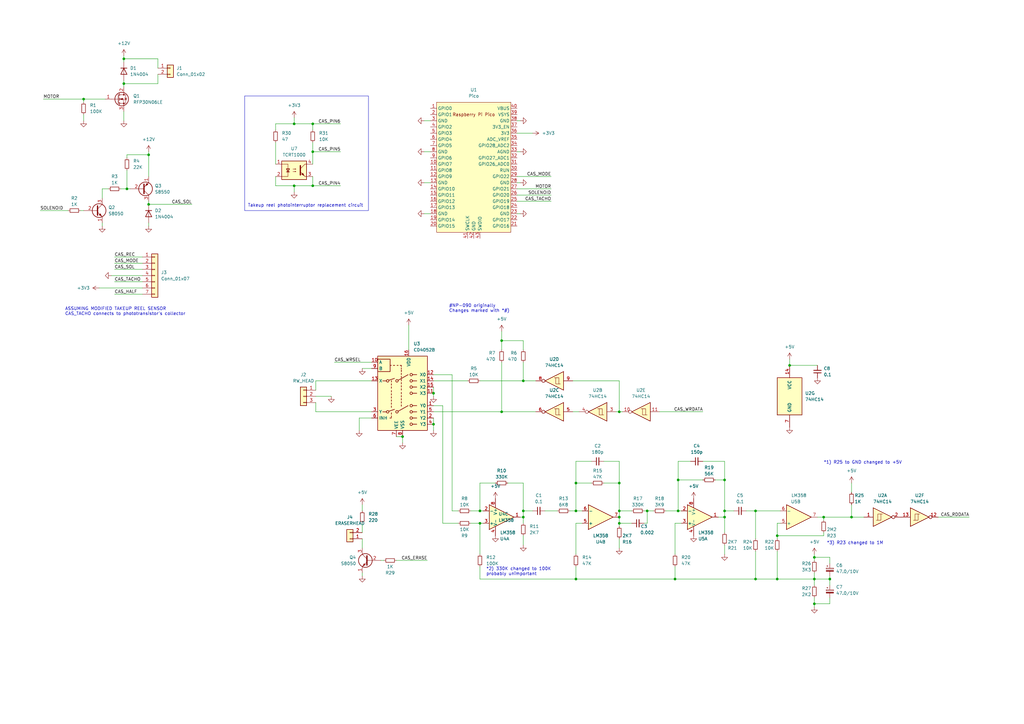
<source format=kicad_sch>
(kicad_sch (version 20230121) (generator eeschema)
  (paper "A3")
  (lib_symbols
    (symbol "74xx:74HC14" (pin_names (offset 1.016))
      (property "Reference" "U" (at 0 1.27 0))
      (property "Value" "74HC14" (at 0 -1.27 0))
      (symbol "74HC14_1_0"
        (pin input line (at -7.62 0 0) (length 3.81) (name "~") (number "1"))
        (pin output inverted (at 7.62 0 180) (length 3.81) (name "~") (number "2"))
      )
      (symbol "74HC14_2_0"
        (pin input line (at -7.62 0 0) (length 3.81) (name "~") (number "3"))
        (pin output inverted (at 7.62 0 180) (length 3.81) (name "~") (number "4"))
      )
      (symbol "74HC14_3_0"
        (pin input line (at -7.62 0 0) (length 3.81) (name "~") (number "5"))
        (pin output inverted (at 7.62 0 180) (length 3.81) (name "~") (number "6"))
      )
      (symbol "74HC14_4_0"
        (pin output inverted (at 7.62 0 180) (length 3.81) (name "~") (number "8"))
        (pin input line (at -7.62 0 0) (length 3.81) (name "~") (number "9"))
      )
      (symbol "74HC14_5_0"
        (pin output inverted (at 7.62 0 180) (length 3.81) (name "~") (number "10"))
        (pin input line (at -7.62 0 0) (length 3.81) (name "~") (number "11"))
      )
      (symbol "74HC14_6_0"
        (pin output inverted (at 7.62 0 180) (length 3.81) (name "~") (number "12"))
        (pin input line (at -7.62 0 0) (length 3.81) (name "~") (number "13"))
      )
      (symbol "74HC14_7_0"
        (pin power_in line (at 0 12.7 270) (length 5.08) (name "VCC") (number "14"))
        (pin power_in line (at 0 -12.7 90) (length 5.08) (name "GND") (number "7"))
      )
    )
    (symbol "Amplifier_Operational:LM358" (pin_names (offset 0.127))
      (property "Reference" "U" (at 0 5.08 0))
      (property "Value" "LM358" (at 0 -5.08 0))
      (symbol "LM358_1_1"
        (pin output line (at 7.62 0 180) (length 2.54) (name "~") (number "1"))
        (pin input line (at -7.62 -2.54 0) (length 2.54) (name "-") (number "2"))
        (pin input line (at -7.62 2.54 0) (length 2.54) (name "+") (number "3"))
      )
      (symbol "LM358_2_1"
        (pin input line (at -7.62 2.54 0) (length 2.54) (name "+") (number "5"))
        (pin input line (at -7.62 -2.54 0) (length 2.54) (name "-") (number "6"))
        (pin output line (at 7.62 0 180) (length 2.54) (name "~") (number "7"))
      )
      (symbol "LM358_3_1"
        (pin power_in line (at -2.54 -7.62 90) (length 3.81) (name "V-") (number "4"))
        (pin power_in line (at -2.54 7.62 270) (length 3.81) (name "V+") (number "8"))
      )
    )
    (symbol "Analog_Switch:CD4052B"
      (property "Reference" "U" (at -10.16 16.51 0))
      (property "Value" "CD4052B" (at 3.81 16.51 0))
      (symbol "CD4052B_1_1"
        (pin bidirectional line (at 12.7 -5.08 180) (length 2.54) (name "Y0") (number "1"))
        (pin input line (at -12.7 12.7 0) (length 2.54) (name "A") (number "10"))
        (pin bidirectional line (at 12.7 0 180) (length 2.54) (name "X3") (number "11"))
        (pin bidirectional line (at 12.7 7.62 180) (length 2.54) (name "X0") (number "12"))
        (pin bidirectional line (at -12.7 5.08 0) (length 2.54) (name "X") (number "13"))
        (pin bidirectional line (at 12.7 5.08 180) (length 2.54) (name "X1") (number "14"))
        (pin bidirectional line (at 12.7 2.54 180) (length 2.54) (name "X2") (number "15"))
        (pin power_in line (at 2.54 17.78 270) (length 2.54) (name "VDD") (number "16"))
        (pin bidirectional line (at 12.7 -10.16 180) (length 2.54) (name "Y2") (number "2"))
        (pin bidirectional line (at -12.7 -7.62 0) (length 2.54) (name "Y") (number "3"))
        (pin bidirectional line (at 12.7 -12.7 180) (length 2.54) (name "Y3") (number "4"))
        (pin bidirectional line (at 12.7 -7.62 180) (length 2.54) (name "Y1") (number "5"))
        (pin input line (at -12.7 -10.16 0) (length 2.54) (name "INH") (number "6"))
        (pin power_in line (at -2.54 -17.78 90) (length 2.54) (name "VEE") (number "7"))
        (pin power_in line (at 0 -17.78 90) (length 2.54) (name "VSS") (number "8"))
        (pin input line (at -12.7 10.16 0) (length 2.54) (name "B") (number "9"))
      )
    )
    (symbol "Connector_Generic:Conn_01x02" (pin_names (offset 1.016) hide)
      (property "Reference" "J" (at 0 2.54 0))
      (property "Value" "Conn_01x02" (at 0 -5.08 0))
      (symbol "Conn_01x02_1_1"
        (pin passive line (at -5.08 0 0) (length 3.81) (name "Pin_1") (number "1"))
        (pin passive line (at -5.08 -2.54 0) (length 3.81) (name "Pin_2") (number "2"))
      )
    )
    (symbol "Connector_Generic:Conn_01x03" (pin_names (offset 1.016) hide)
      (property "Reference" "J" (at 0 5.08 0))
      (property "Value" "Conn_01x03" (at 0 -5.08 0))
      (symbol "Conn_01x03_1_1"
        (pin passive line (at -5.08 2.54 0) (length 3.81) (name "Pin_1") (number "1"))
        (pin passive line (at -5.08 0 0) (length 3.81) (name "Pin_2") (number "2"))
        (pin passive line (at -5.08 -2.54 0) (length 3.81) (name "Pin_3") (number "3"))
      )
    )
    (symbol "Connector_Generic:Conn_01x07" (pin_names (offset 1.016) hide)
      (property "Reference" "J" (at 0 10.16 0))
      (property "Value" "Conn_01x07" (at 0 -10.16 0))
      (symbol "Conn_01x07_1_1"
        (pin passive line (at -5.08 7.62 0) (length 3.81) (name "Pin_1") (number "1"))
        (pin passive line (at -5.08 5.08 0) (length 3.81) (name "Pin_2") (number "2"))
        (pin passive line (at -5.08 2.54 0) (length 3.81) (name "Pin_3") (number "3"))
        (pin passive line (at -5.08 0 0) (length 3.81) (name "Pin_4") (number "4"))
        (pin passive line (at -5.08 -2.54 0) (length 3.81) (name "Pin_5") (number "5"))
        (pin passive line (at -5.08 -5.08 0) (length 3.81) (name "Pin_6") (number "6"))
        (pin passive line (at -5.08 -7.62 0) (length 3.81) (name "Pin_7") (number "7"))
      )
    )
    (symbol "Device:C_Polarized_Small" (pin_numbers hide) (pin_names (offset 0.254) hide)
      (property "Reference" "C" (at 0.254 1.778 0))
      (property "Value" "C_Polarized_Small" (at 0.254 -2.032 0))
      (symbol "C_Polarized_Small_1_1"
        (pin passive line (at 0 2.54 270) (length 1.8542) (name "~") (number "1"))
        (pin passive line (at 0 -2.54 90) (length 1.8542) (name "~") (number "2"))
      )
    )
    (symbol "Device:C_Small" (pin_numbers hide) (pin_names (offset 0.254) hide)
      (property "Reference" "C" (at 0.254 1.778 0))
      (property "Value" "C_Small" (at 0.254 -2.032 0))
      (symbol "C_Small_1_1"
        (pin passive line (at 0 2.54 270) (length 2.032) (name "~") (number "1"))
        (pin passive line (at 0 -2.54 90) (length 2.032) (name "~") (number "2"))
      )
    )
    (symbol "Device:R_Small" (pin_numbers hide) (pin_names (offset 0.254) hide)
      (property "Reference" "R" (at 0.762 0.508 0))
      (property "Value" "R_Small" (at 0.762 -1.016 0))
      (symbol "R_Small_1_1"
        (pin passive line (at 0 2.54 270) (length 0.762) (name "~") (number "1"))
        (pin passive line (at 0 -2.54 90) (length 0.762) (name "~") (number "2"))
      )
    )
    (symbol "Diode:1N4004" (pin_numbers hide) (pin_names hide)
      (property "Reference" "D" (at 0 2.54 0))
      (property "Value" "1N4004" (at 0 -2.54 0))
      (symbol "1N4004_1_1"
        (pin passive line (at -3.81 0 0) (length 2.54) (name "K") (number "1"))
        (pin passive line (at 3.81 0 180) (length 2.54) (name "A") (number "2"))
      )
    )
    (symbol "Isolator:FODM217A"
      (property "Reference" "U" (at -5.08 5.08 0))
      (property "Value" "FODM217A" (at 0 5.08 0))
      (symbol "FODM217A_1_1"
        (pin passive line (at -7.62 2.54 0) (length 2.54) (name "~") (number "1"))
        (pin passive line (at -7.62 -2.54 0) (length 2.54) (name "~") (number "2"))
        (pin passive line (at 7.62 -2.54 180) (length 2.54) (name "~") (number "3"))
        (pin passive line (at 7.62 2.54 180) (length 2.54) (name "~") (number "4"))
      )
    )
    (symbol "MCU_RaspberryPi_and_Boards:Pico"
      (property "Reference" "U" (at -13.97 27.94 0))
      (property "Value" "Pico" (at 0 19.05 0))
      (symbol "Pico_0_0"
        (text "Raspberry Pi Pico" (at 0 21.59 0) (effects (font (size 1.27 1.27))))
      )
      (symbol "Pico_1_1"
        (pin bidirectional line (at -17.78 24.13 0) (length 2.54) (name "GPIO0") (number "1"))
        (pin bidirectional line (at -17.78 1.27 0) (length 2.54) (name "GPIO7") (number "10"))
        (pin bidirectional line (at -17.78 -1.27 0) (length 2.54) (name "GPIO8") (number "11"))
        (pin bidirectional line (at -17.78 -3.81 0) (length 2.54) (name "GPIO9") (number "12"))
        (pin power_in line (at -17.78 -6.35 0) (length 2.54) (name "GND") (number "13"))
        (pin bidirectional line (at -17.78 -8.89 0) (length 2.54) (name "GPIO10") (number "14"))
        (pin bidirectional line (at -17.78 -11.43 0) (length 2.54) (name "GPIO11") (number "15"))
        (pin bidirectional line (at -17.78 -13.97 0) (length 2.54) (name "GPIO12") (number "16"))
        (pin bidirectional line (at -17.78 -16.51 0) (length 2.54) (name "GPIO13") (number "17"))
        (pin power_in line (at -17.78 -19.05 0) (length 2.54) (name "GND") (number "18"))
        (pin bidirectional line (at -17.78 -21.59 0) (length 2.54) (name "GPIO14") (number "19"))
        (pin bidirectional line (at -17.78 21.59 0) (length 2.54) (name "GPIO1") (number "2"))
        (pin bidirectional line (at -17.78 -24.13 0) (length 2.54) (name "GPIO15") (number "20"))
        (pin bidirectional line (at 17.78 -24.13 180) (length 2.54) (name "GPIO16") (number "21"))
        (pin bidirectional line (at 17.78 -21.59 180) (length 2.54) (name "GPIO17") (number "22"))
        (pin power_in line (at 17.78 -19.05 180) (length 2.54) (name "GND") (number "23"))
        (pin bidirectional line (at 17.78 -16.51 180) (length 2.54) (name "GPIO18") (number "24"))
        (pin bidirectional line (at 17.78 -13.97 180) (length 2.54) (name "GPIO19") (number "25"))
        (pin bidirectional line (at 17.78 -11.43 180) (length 2.54) (name "GPIO20") (number "26"))
        (pin bidirectional line (at 17.78 -8.89 180) (length 2.54) (name "GPIO21") (number "27"))
        (pin power_in line (at 17.78 -6.35 180) (length 2.54) (name "GND") (number "28"))
        (pin bidirectional line (at 17.78 -3.81 180) (length 2.54) (name "GPIO22") (number "29"))
        (pin power_in line (at -17.78 19.05 0) (length 2.54) (name "GND") (number "3"))
        (pin input line (at 17.78 -1.27 180) (length 2.54) (name "RUN") (number "30"))
        (pin bidirectional line (at 17.78 1.27 180) (length 2.54) (name "GPIO26_ADC0") (number "31"))
        (pin bidirectional line (at 17.78 3.81 180) (length 2.54) (name "GPIO27_ADC1") (number "32"))
        (pin power_in line (at 17.78 6.35 180) (length 2.54) (name "AGND") (number "33"))
        (pin bidirectional line (at 17.78 8.89 180) (length 2.54) (name "GPIO28_ADC2") (number "34"))
        (pin power_in line (at 17.78 11.43 180) (length 2.54) (name "ADC_VREF") (number "35"))
        (pin power_in line (at 17.78 13.97 180) (length 2.54) (name "3V3") (number "36"))
        (pin input line (at 17.78 16.51 180) (length 2.54) (name "3V3_EN") (number "37"))
        (pin bidirectional line (at 17.78 19.05 180) (length 2.54) (name "GND") (number "38"))
        (pin power_in line (at 17.78 21.59 180) (length 2.54) (name "VSYS") (number "39"))
        (pin bidirectional line (at -17.78 16.51 0) (length 2.54) (name "GPIO2") (number "4"))
        (pin power_in line (at 17.78 24.13 180) (length 2.54) (name "VBUS") (number "40"))
        (pin input line (at -2.54 -29.21 90) (length 2.54) (name "SWCLK") (number "41"))
        (pin power_in line (at 0 -29.21 90) (length 2.54) (name "GND") (number "42"))
        (pin bidirectional line (at 2.54 -29.21 90) (length 2.54) (name "SWDIO") (number "43"))
        (pin bidirectional line (at -17.78 13.97 0) (length 2.54) (name "GPIO3") (number "5"))
        (pin bidirectional line (at -17.78 11.43 0) (length 2.54) (name "GPIO4") (number "6"))
        (pin bidirectional line (at -17.78 8.89 0) (length 2.54) (name "GPIO5") (number "7"))
        (pin power_in line (at -17.78 6.35 0) (length 2.54) (name "GND") (number "8"))
        (pin bidirectional line (at -17.78 3.81 0) (length 2.54) (name "GPIO6") (number "9"))
      )
    )
    (symbol "Transistor_BJT:S8050" (pin_names (offset 0) hide)
      (property "Reference" "Q" (at 5.08 1.905 0))
      (property "Value" "S8050" (at 5.08 0 0))
      (symbol "S8050_1_1"
        (pin passive line (at 2.54 -5.08 90) (length 2.54) (name "E") (number "1"))
        (pin input line (at -5.08 0 0) (length 5.08) (name "B") (number "2"))
        (pin passive line (at 2.54 5.08 270) (length 2.54) (name "C") (number "3"))
      )
    )
    (symbol "Transistor_BJT:S8550" (pin_names (offset 0) hide)
      (property "Reference" "Q" (at 5.08 1.905 0))
      (property "Value" "S8550" (at 5.08 0 0))
      (symbol "S8550_1_1"
        (pin passive line (at 2.54 -5.08 90) (length 2.54) (name "E") (number "1"))
        (pin input line (at -5.08 0 0) (length 5.08) (name "B") (number "2"))
        (pin passive line (at 2.54 5.08 270) (length 2.54) (name "C") (number "3"))
      )
    )
    (symbol "Transistor_FET:IRF740" (pin_names hide)
      (property "Reference" "Q" (at 6.35 1.905 0))
      (property "Value" "IRF740" (at 6.35 0 0))
      (symbol "IRF740_1_1"
        (pin input line (at -5.08 0 0) (length 2.54) (name "G") (number "1"))
        (pin passive line (at 2.54 5.08 270) (length 2.54) (name "D") (number "2"))
        (pin passive line (at 2.54 -5.08 90) (length 2.54) (name "S") (number "3"))
      )
    )
    (symbol "power:+12V" (power) (pin_names (offset 0))
      (property "Value" "+12V" (at 0 3.556 0))
      (symbol "+12V_1_1"
        (pin power_in line (at 0 0 90) (length 0) hide (name "+12V") (number "1"))
      )
    )
    (symbol "power:+3V3" (power) (pin_names (offset 0))
      (property "Value" "+3V3" (at 0 3.556 0))
      (symbol "+3V3_1_1"
        (pin power_in line (at 0 0 90) (length 0) hide (name "+3V3") (number "1"))
      )
    )
    (symbol "power:+5V" (power) (pin_names (offset 0))
      (property "Value" "+5V" (at 0 3.556 0))
      (symbol "+5V_1_1"
        (pin power_in line (at 0 0 90) (length 0) hide (name "+5V") (number "1"))
      )
    )
    (symbol "power:GND" (power) (pin_names (offset 0))
      (property "Value" "GND" (at 0 -3.81 0))
      (symbol "GND_1_1"
        (pin power_in line (at 0 0 270) (length 0) hide (name "GND") (number "1"))
      )
    )
  )
  (junction (at 165.1 179.07))
  (junction (at 297.18 196.85))
  (junction (at 254 209.55))
  (junction (at 196.85 209.55))
  (junction (at 128.27 76.2))
  (junction (at 276.86 237.49))
  (junction (at 334.01 228.6))
  (junction (at 52.07 77.47))
  (junction (at 196.85 214.63))
  (junction (at 340.36 237.49))
  (junction (at 128.27 50.8))
  (junction (at 34.29 40.64))
  (junction (at 254 212.09))
  (junction (at 309.88 209.55))
  (junction (at 349.25 212.09))
  (junction (at 205.74 139.7))
  (junction (at 334.01 237.49))
  (junction (at 60.96 83.82))
  (junction (at 318.77 237.49))
  (junction (at 323.85 149.86))
  (junction (at 60.96 63.5))
  (junction (at 120.65 76.2))
  (junction (at 278.13 196.85))
  (junction (at 318.77 219.71))
  (junction (at 278.13 209.55))
  (junction (at 254 168.91))
  (junction (at 297.18 212.09))
  (junction (at 236.22 237.49))
  (junction (at 128.27 62.23))
  (junction (at 50.8 24.13))
  (junction (at 177.8 173.99))
  (junction (at 236.22 198.12))
  (junction (at 205.74 168.91))
  (junction (at 214.63 156.21))
  (junction (at 297.18 209.55))
  (junction (at 236.22 209.55))
  (junction (at 177.8 161.29))
  (junction (at 309.88 237.49))
  (junction (at 254 198.12))
  (junction (at 120.65 50.8))
  (junction (at 337.82 212.09))
  (junction (at 254 214.63))
  (junction (at 334.01 247.65))
  (junction (at 50.8 34.29))
  (junction (at 214.63 209.55))
  (junction (at 214.63 212.09))
  (junction (at 265.43 209.55))
  (wire (pts (xy 254 212.09) (xy 254 209.55)))
  (wire (pts (xy 297.18 189.23) (xy 288.29 189.23)))
  (wire (pts (xy 236.22 214.63) (xy 236.22 227.33)))
  (wire (pts (xy 297.18 196.85) (xy 297.18 189.23)))
  (wire (pts (xy 297.18 209.55) (xy 297.18 212.09)))
  (wire (pts (xy 254 168.91) (xy 254 156.21)))
  (wire (pts (xy 334.01 237.49) (xy 334.01 240.03)))
  (wire (pts (xy 173.99 49.53) (xy 176.53 49.53)))
  (wire (pts (xy 50.8 45.72) (xy 50.8 49.53)))
  (wire (pts (xy 128.27 62.23) (xy 128.27 67.31)))
  (wire (pts (xy 205.74 135.89) (xy 205.74 139.7)))
  (wire (pts (xy 254 214.63) (xy 259.08 214.63)))
  (wire (pts (xy 236.22 198.12) (xy 242.57 198.12)))
  (wire (pts (xy 44.45 77.47) (xy 41.91 77.47)))
  (wire (pts (xy 128.27 76.2) (xy 139.7 76.2)))
  (wire (pts (xy 349.25 212.09) (xy 354.33 212.09)))
  (wire (pts (xy 196.85 214.63) (xy 196.85 227.33)))
  (wire (pts (xy 17.78 40.64) (xy 34.29 40.64)))
  (wire (pts (xy 254 209.55) (xy 259.08 209.55)))
  (wire (pts (xy 223.52 209.55) (xy 228.6 209.55)))
  (wire (pts (xy 236.22 237.49) (xy 196.85 237.49)))
  (wire (pts (xy 242.57 189.23) (xy 236.22 189.23)))
  (wire (pts (xy 152.4 171.45) (xy 147.32 171.45)))
  (wire (pts (xy 276.86 214.63) (xy 276.86 227.33)))
  (wire (pts (xy 278.13 209.55) (xy 279.4 209.55)))
  (wire (pts (xy 120.65 76.2) (xy 128.27 76.2)))
  (wire (pts (xy 50.8 34.29) (xy 50.8 35.56)))
  (wire (pts (xy 335.28 212.09) (xy 337.82 212.09)))
  (wire (pts (xy 152.4 151.13) (xy 148.59 151.13)))
  (wire (pts (xy 212.09 82.55) (xy 226.06 82.55)))
  (wire (pts (xy 152.4 148.59) (xy 137.16 148.59)))
  (wire (pts (xy 340.36 228.6) (xy 340.36 231.14)))
  (wire (pts (xy 212.09 74.93) (xy 213.36 74.93)))
  (wire (pts (xy 334.01 247.65) (xy 334.01 248.92)))
  (wire (pts (xy 214.63 143.51) (xy 214.63 139.7)))
  (wire (pts (xy 214.63 219.71) (xy 214.63 223.52)))
  (wire (pts (xy 60.96 82.55) (xy 60.96 83.82)))
  (wire (pts (xy 247.65 189.23) (xy 254 189.23)))
  (wire (pts (xy 214.63 209.55) (xy 214.63 212.09)))
  (wire (pts (xy 334.01 234.95) (xy 334.01 237.49)))
  (wire (pts (xy 334.01 245.11) (xy 334.01 247.65)))
  (wire (pts (xy 185.42 153.67) (xy 177.8 153.67)))
  (wire (pts (xy 306.07 209.55) (xy 309.88 209.55)))
  (wire (pts (xy 167.64 133.35) (xy 167.64 143.51)))
  (wire (pts (xy 236.22 232.41) (xy 236.22 237.49)))
  (wire (pts (xy 41.91 77.47) (xy 41.91 81.28)))
  (wire (pts (xy 181.61 166.37) (xy 181.61 214.63)))
  (wire (pts (xy 50.8 24.13) (xy 64.77 24.13)))
  (wire (pts (xy 129.54 156.21) (xy 129.54 160.02)))
  (wire (pts (xy 40.64 118.11) (xy 58.42 118.11)))
  (wire (pts (xy 148.59 234.95) (xy 148.59 236.22)))
  (wire (pts (xy 297.18 212.09) (xy 294.64 212.09)))
  (wire (pts (xy 212.09 80.01) (xy 226.06 80.01)))
  (wire (pts (xy 205.74 148.59) (xy 205.74 168.91)))
  (wire (pts (xy 212.09 77.47) (xy 226.06 77.47)))
  (wire (pts (xy 43.18 40.64) (xy 34.29 40.64)))
  (wire (pts (xy 254 212.09) (xy 254 214.63)))
  (wire (pts (xy 34.29 46.99) (xy 34.29 49.53)))
  (wire (pts (xy 334.01 247.65) (xy 340.36 247.65)))
  (wire (pts (xy 162.56 229.87) (xy 175.26 229.87)))
  (wire (pts (xy 297.18 212.09) (xy 297.18 218.44)))
  (wire (pts (xy 254 220.98) (xy 254 224.79)))
  (wire (pts (xy 46.99 120.65) (xy 58.42 120.65)))
  (wire (pts (xy 297.18 209.55) (xy 300.99 209.55)))
  (wire (pts (xy 283.21 189.23) (xy 278.13 189.23)))
  (wire (pts (xy 52.07 69.85) (xy 52.07 77.47)))
  (wire (pts (xy 185.42 209.55) (xy 185.42 153.67)))
  (wire (pts (xy 128.27 72.39) (xy 128.27 76.2)))
  (wire (pts (xy 340.36 237.49) (xy 340.36 240.03)))
  (wire (pts (xy 60.96 91.44) (xy 60.96 92.71)))
  (wire (pts (xy 165.1 179.07) (xy 165.1 181.61)))
  (wire (pts (xy 337.82 212.09) (xy 337.82 213.36)))
  (wire (pts (xy 318.77 214.63) (xy 318.77 219.71)))
  (wire (pts (xy 64.77 30.48) (xy 64.77 34.29)))
  (wire (pts (xy 334.01 227.33) (xy 334.01 228.6)))
  (wire (pts (xy 337.82 212.09) (xy 349.25 212.09)))
  (wire (pts (xy 45.72 113.03) (xy 58.42 113.03)))
  (wire (pts (xy 264.16 209.55) (xy 265.43 209.55)))
  (wire (pts (xy 265.43 209.55) (xy 267.97 209.55)))
  (wire (pts (xy 129.54 168.91) (xy 129.54 165.1)))
  (wire (pts (xy 276.86 237.49) (xy 309.88 237.49)))
  (wire (pts (xy 50.8 22.86) (xy 50.8 24.13)))
  (wire (pts (xy 205.74 139.7) (xy 205.74 143.51)))
  (wire (pts (xy 297.18 223.52) (xy 297.18 227.33)))
  (wire (pts (xy 128.27 50.8) (xy 120.65 50.8)))
  (wire (pts (xy 128.27 58.42) (xy 128.27 62.23)))
  (wire (pts (xy 148.59 220.98) (xy 148.59 224.79)))
  (wire (pts (xy 214.63 156.21) (xy 196.85 156.21)))
  (wire (pts (xy 279.4 214.63) (xy 276.86 214.63)))
  (wire (pts (xy 152.4 156.21) (xy 129.54 156.21)))
  (wire (pts (xy 152.4 168.91) (xy 129.54 168.91)))
  (wire (pts (xy 212.09 54.61) (xy 218.44 54.61)))
  (wire (pts (xy 214.63 139.7) (xy 205.74 139.7)))
  (wire (pts (xy 50.8 34.29) (xy 64.77 34.29)))
  (wire (pts (xy 41.91 91.44) (xy 41.91 92.71)))
  (wire (pts (xy 309.88 237.49) (xy 318.77 237.49)))
  (wire (pts (xy 384.81 212.09) (xy 397.51 212.09)))
  (wire (pts (xy 46.99 110.49) (xy 58.42 110.49)))
  (wire (pts (xy 191.77 156.21) (xy 177.8 156.21)))
  (wire (pts (xy 349.25 207.01) (xy 349.25 212.09)))
  (wire (pts (xy 193.04 209.55) (xy 196.85 209.55)))
  (wire (pts (xy 128.27 50.8) (xy 139.7 50.8)))
  (wire (pts (xy 318.77 219.71) (xy 318.77 220.98)))
  (wire (pts (xy 254 198.12) (xy 254 189.23)))
  (wire (pts (xy 156.21 229.87) (xy 157.48 229.87)))
  (wire (pts (xy 219.71 168.91) (xy 205.74 168.91)))
  (wire (pts (xy 148.59 207.01) (xy 148.59 209.55)))
  (wire (pts (xy 236.22 237.49) (xy 276.86 237.49)))
  (wire (pts (xy 278.13 189.23) (xy 278.13 196.85)))
  (wire (pts (xy 254 156.21) (xy 234.95 156.21)))
  (wire (pts (xy 255.27 168.91) (xy 254 168.91)))
  (wire (pts (xy 16.51 86.36) (xy 27.94 86.36)))
  (wire (pts (xy 254 209.55) (xy 254 198.12)))
  (wire (pts (xy 177.8 173.99) (xy 177.8 176.53)))
  (wire (pts (xy 196.85 198.12) (xy 203.2 198.12)))
  (wire (pts (xy 177.8 161.29) (xy 177.8 162.56)))
  (wire (pts (xy 177.8 158.75) (xy 177.8 161.29)))
  (wire (pts (xy 273.05 209.55) (xy 278.13 209.55)))
  (wire (pts (xy 264.16 214.63) (xy 265.43 214.63)))
  (wire (pts (xy 128.27 62.23) (xy 139.7 62.23)))
  (wire (pts (xy 120.65 76.2) (xy 120.65 78.74)))
  (wire (pts (xy 254 168.91) (xy 252.73 168.91)))
  (wire (pts (xy 173.99 62.23) (xy 176.53 62.23)))
  (wire (pts (xy 212.09 62.23) (xy 213.36 62.23)))
  (wire (pts (xy 247.65 198.12) (xy 254 198.12)))
  (wire (pts (xy 265.43 214.63) (xy 265.43 209.55)))
  (wire (pts (xy 214.63 148.59) (xy 214.63 156.21)))
  (wire (pts (xy 53.34 77.47) (xy 52.07 77.47)))
  (wire (pts (xy 173.99 87.63) (xy 176.53 87.63)))
  (wire (pts (xy 278.13 196.85) (xy 288.29 196.85)))
  (wire (pts (xy 219.71 156.21) (xy 214.63 156.21)))
  (wire (pts (xy 50.8 33.02) (xy 50.8 34.29)))
  (wire (pts (xy 297.18 196.85) (xy 297.18 209.55)))
  (wire (pts (xy 113.03 58.42) (xy 113.03 67.31)))
  (wire (pts (xy 113.03 76.2) (xy 120.65 76.2)))
  (wire (pts (xy 113.03 50.8) (xy 113.03 53.34)))
  (wire (pts (xy 334.01 228.6) (xy 340.36 228.6)))
  (wire (pts (xy 309.88 209.55) (xy 320.04 209.55)))
  (wire (pts (xy 349.25 198.12) (xy 349.25 201.93)))
  (wire (pts (xy 46.99 105.41) (xy 58.42 105.41)))
  (wire (pts (xy 196.85 232.41) (xy 196.85 237.49)))
  (wire (pts (xy 113.03 72.39) (xy 113.03 76.2)))
  (wire (pts (xy 64.77 24.13) (xy 64.77 27.94)))
  (wire (pts (xy 234.95 168.91) (xy 237.49 168.91)))
  (wire (pts (xy 135.89 162.56) (xy 129.54 162.56)))
  (wire (pts (xy 212.09 72.39) (xy 226.06 72.39)))
  (wire (pts (xy 60.96 83.82) (xy 78.74 83.82)))
  (wire (pts (xy 34.29 40.64) (xy 34.29 41.91)))
  (wire (pts (xy 148.59 214.63) (xy 148.59 218.44)))
  (wire (pts (xy 213.36 212.09) (xy 214.63 212.09)))
  (wire (pts (xy 196.85 209.55) (xy 198.12 209.55)))
  (wire (pts (xy 238.76 214.63) (xy 236.22 214.63)))
  (wire (pts (xy 278.13 196.85) (xy 278.13 209.55)))
  (wire (pts (xy 50.8 24.13) (xy 50.8 25.4)))
  (wire (pts (xy 236.22 189.23) (xy 236.22 198.12)))
  (wire (pts (xy 173.99 74.93) (xy 176.53 74.93)))
  (wire (pts (xy 46.99 115.57) (xy 58.42 115.57)))
  (wire (pts (xy 128.27 53.34) (xy 128.27 50.8)))
  (wire (pts (xy 334.01 237.49) (xy 340.36 237.49)))
  (wire (pts (xy 340.36 237.49) (xy 340.36 236.22)))
  (wire (pts (xy 60.96 72.39) (xy 60.96 63.5)))
  (wire (pts (xy 318.77 219.71) (xy 337.82 219.71)))
  (wire (pts (xy 205.74 168.91) (xy 177.8 168.91)))
  (wire (pts (xy 254 214.63) (xy 254 215.9)))
  (wire (pts (xy 337.82 218.44) (xy 337.82 219.71)))
  (wire (pts (xy 181.61 214.63) (xy 187.96 214.63)))
  (wire (pts (xy 33.02 86.36) (xy 34.29 86.36)))
  (wire (pts (xy 208.28 198.12) (xy 214.63 198.12)))
  (wire (pts (xy 318.77 237.49) (xy 334.01 237.49)))
  (wire (pts (xy 236.22 209.55) (xy 238.76 209.55)))
  (wire (pts (xy 120.65 48.26) (xy 120.65 50.8)))
  (wire (pts (xy 212.09 87.63) (xy 213.36 87.63)))
  (wire (pts (xy 60.96 62.23) (xy 60.96 63.5)))
  (wire (pts (xy 293.37 196.85) (xy 297.18 196.85)))
  (wire (pts (xy 177.8 166.37) (xy 181.61 166.37)))
  (wire (pts (xy 309.88 226.06) (xy 309.88 237.49)))
  (wire (pts (xy 212.09 49.53) (xy 213.36 49.53)))
  (wire (pts (xy 320.04 214.63) (xy 318.77 214.63)))
  (wire (pts (xy 276.86 232.41) (xy 276.86 237.49)))
  (wire (pts (xy 323.85 147.32) (xy 323.85 149.86)))
  (wire (pts (xy 214.63 198.12) (xy 214.63 209.55)))
  (wire (pts (xy 334.01 229.87) (xy 334.01 228.6)))
  (wire (pts (xy 196.85 209.55) (xy 196.85 198.12)))
  (wire (pts (xy 196.85 214.63) (xy 198.12 214.63)))
  (wire (pts (xy 120.65 50.8) (xy 113.03 50.8)))
  (wire (pts (xy 147.32 171.45) (xy 147.32 176.53)))
  (wire (pts (xy 309.88 209.55) (xy 309.88 220.98)))
  (wire (pts (xy 323.85 149.86) (xy 335.28 149.86)))
  (wire (pts (xy 177.8 171.45) (xy 177.8 173.99)))
  (wire (pts (xy 52.07 63.5) (xy 52.07 64.77)))
  (wire (pts (xy 214.63 212.09) (xy 214.63 214.63)))
  (wire (pts (xy 288.29 168.91) (xy 270.51 168.91)))
  (wire (pts (xy 187.96 209.55) (xy 185.42 209.55)))
  (wire (pts (xy 233.68 209.55) (xy 236.22 209.55)))
  (wire (pts (xy 193.04 214.63) (xy 196.85 214.63)))
  (wire (pts (xy 49.53 77.47) (xy 52.07 77.47)))
  (wire (pts (xy 214.63 209.55) (xy 218.44 209.55)))
  (wire (pts (xy 46.99 107.95) (xy 58.42 107.95)))
  (wire (pts (xy 236.22 198.12) (xy 236.22 209.55)))
  (wire (pts (xy 318.77 226.06) (xy 318.77 237.49)))
  (wire (pts (xy 60.96 63.5) (xy 52.07 63.5)))
  (wire (pts (xy 165.1 179.07) (xy 162.56 179.07)))
  (wire (pts (xy 340.36 245.11) (xy 340.36 247.65)))
  (rectangle (start 100.33 39.37) (end 151.13 86.36))
  (text "ASSUMING MODIFIED TAKEUP REEL SENSOR\nCAS_TACHO connects to phototransistor's collector\n" (at 26.67 129.54 0) (effects (font (size 1.27 1.27)) (justify left bottom)))
  (text "*1) R25 to GND changed to +5V" (at 337.82 190.5 0) (effects (font (size 1.27 1.27)) (justify left bottom)))
  (text "#NP-090 originally\nChanges marked with *#)" (at 184.15 128.27 0) (effects (font (size 1.27 1.27)) (justify left bottom)))
  (text "*2) 330K changed to 100K\nprobably unimportant" (at 199.39 236.22 0) (effects (font (size 1.27 1.27)) (justify left bottom)))
  (text "Takeup reel photointerruptor replacement circuit" (at 101.6 85.09 0) (effects (font (size 1.27 1.27)) (justify left bottom)))
  (text "*3) R23 changed to 1M" (at 339.09 223.52 0) (effects (font (size 1.27 1.27)) (justify left bottom)))
  (label "CAS_HALF" (at 46.99 120.65 0))
  (label "SOLENOID" (at 16.51 86.36 0))
  (label "CAS_ERASE" (at 175.26 229.87 180))
  (label "CAS_PIN5" (at 139.7 62.23 180))
  (label "CAS_TACHO" (at 226.06 82.55 180))
  (label "CAS_RDDATA" (at 397.51 212.09 180))
  (label "CAS_TACHO" (at 46.99 115.57 0))
  (label "CAS_SOL" (at 46.99 110.49 0))
  (label "CAS_REC" (at 46.99 105.41 0))
  (label "CAS_MODE" (at 46.99 107.95 0))
  (label "CAS_MODE" (at 226.06 72.39 180))
  (label "SOLENOID" (at 226.06 80.01 180))
  (label "CAS_WRDATA" (at 288.29 168.91 180))
  (label "CAS_PIN4" (at 139.7 76.2 180))
  (label "CAS_PIN6" (at 139.7 50.8 180))
  (label "MOTOR" (at 17.78 40.64 0))
  (label "MOTOR" (at 226.06 77.47 180))
  (label "CAS_SOL" (at 78.74 83.82 180))
  (label "CAS_WRSEL" (at 137.16 148.59 0))
  (symbol (lib_id "power:GND") (at 254 224.79 0) (mirror y) (unit 1)
    (property "Reference" "#PWR023" (effects hide))
    (property "Value" "GND" (effects hide))
  )
  (symbol (lib_id "Device:R_Small") (at 205.74 146.05 0) (mirror x) (unit 1)
    (property "Reference" "R7" (at 203.2 144.78 0) (effects (justify right)))
    (property "Value" "470" (at 203.2 147.32 0) (effects (justify right)))
    (property "Footprint" "Resistor_THT:R_Axial_DIN0207_L6.3mm_D2.5mm_P7.62mm_Horizontal" (effects hide))
  )
  (symbol (lib_id "power:+3V3") (at 40.64 118.11 90) (unit 1)
    (property "Reference" "#PWR08" (effects hide))
    (property "Value" "+3V3" (at 36.83 118.11 90) (effects (justify left)))
  )
  (symbol (lib_id "Isolator:FODM217A") (at 120.65 69.85 0) (unit 1)
    (property "Reference" "U7" (at 120.65 60.96 0))
    (property "Value" "TCRT1000" (at 120.65 63.5 0))
    (property "Footprint" "Package_SO:SOP-4_4.4x2.6mm_P1.27mm" (effects hide))
    (property "Datasheet" "https://www.onsemi.com/pub/Collateral/FODM214-D.PDF" (effects hide))
  )
  (symbol (lib_id "power:+3V3") (at 218.44 54.61 270) (unit 1)
    (property "Reference" "#PWR040" (effects hide))
    (property "Value" "+3V3" (at 222.25 54.61 90) (effects (justify left)))
  )
  (symbol (lib_id "Device:R_Small") (at 148.59 212.09 0) (mirror y) (unit 1)
    (property "Reference" "R28" (at 151.13 210.82 0) (effects (justify right)))
    (property "Value" "220" (at 151.13 213.36 0) (effects (justify right)))
    (property "Footprint" "Resistor_THT:R_Axial_DIN0207_L6.3mm_D2.5mm_P7.62mm_Horizontal" (effects hide))
  )
  (symbol (lib_id "power:+5V") (at 349.25 198.12 0) (mirror y) (unit 1)
    (property "Reference" "#PWR043" (effects hide))
    (property "Value" "+5V" (at 349.25 193.04 0))
  )
  (symbol (lib_id "Transistor_BJT:S8050") (at 39.37 86.36 0) (unit 1)
    (property "Reference" "Q2" (at 44.45 85.09 0) (effects (justify left)))
    (property "Value" "S8050" (at 44.45 87.63 0) (effects (justify left)))
    (property "Footprint" "Package_TO_SOT_THT:TO-92_Inline" (effects hide))
    (property "Datasheet" "http://www.unisonic.com.tw/datasheet/S8050.pdf" (effects hide))
  )
  (symbol (lib_id "Device:R_Small") (at 46.99 77.47 90) (unit 1)
    (property "Reference" "R3" (at 46.99 72.39 90))
    (property "Value" "1K" (at 46.99 74.93 90))
    (property "Footprint" "Resistor_THT:R_Axial_DIN0207_L6.3mm_D2.5mm_P7.62mm_Horizontal" (effects hide))
  )
  (symbol (lib_id "Amplifier_Operational:LM358") (at 287.02 212.09 0) (mirror x) (unit 1)
    (property "Reference" "U5" (at 288.29 220.98 0))
    (property "Value" "LM358" (at 289.56 218.44 0))
    (property "Footprint" "Package_DIP:DIP-8_W7.62mm" (effects hide))
    (property "Datasheet" "http://www.ti.com/lit/ds/symlink/lm2904-n.pdf" (effects hide))
  )
  (symbol (lib_id "Device:C_Small") (at 220.98 209.55 90) (unit 1)
    (property "Reference" "C1" (at 220.9863 203.2 90))
    (property "Value" "0.1" (at 220.9863 205.74 90))
    (property "Footprint" "Capacitor_THT:C_Disc_D3.0mm_W1.6mm_P2.50mm" (effects hide))
  )
  (symbol (lib_id "power:+12V") (at 60.96 62.23 0) (unit 1)
    (property "Reference" "#PWR06" (effects hide))
    (property "Value" "+12V" (at 60.96 57.15 0))
  )
  (symbol (lib_id "Device:R_Small") (at 52.07 67.31 180) (unit 1)
    (property "Reference" "R4" (at 54.61 66.04 0) (effects (justify right)))
    (property "Value" "22K" (at 54.61 68.58 0) (effects (justify right)))
    (property "Footprint" "Resistor_THT:R_Axial_DIN0207_L6.3mm_D2.5mm_P7.62mm_Horizontal" (effects hide))
  )
  (symbol (lib_id "power:GND") (at 148.59 236.22 0) (mirror y) (unit 1)
    (property "Reference" "#PWR034" (effects hide))
    (property "Value" "GND" (effects hide))
  )
  (symbol (lib_id "power:+5V") (at 167.64 133.35 0) (mirror y) (unit 1)
    (property "Reference" "#PWR019" (effects hide))
    (property "Value" "+5V" (at 167.64 128.27 0))
  )
  (symbol (lib_id "Device:C_Small") (at 245.11 189.23 90) (unit 1)
    (property "Reference" "C2" (at 245.1163 182.88 90))
    (property "Value" "180p" (at 245.1163 185.42 90))
    (property "Footprint" "Capacitor_THT:C_Disc_D3.0mm_W1.6mm_P2.50mm" (effects hide))
  )
  (symbol (lib_id "Device:R_Small") (at 160.02 229.87 90) (mirror x) (unit 1)
    (property "Reference" "R29" (at 160.02 234.95 90))
    (property "Value" "1K" (at 160.02 232.41 90))
    (property "Footprint" "Resistor_THT:R_Axial_DIN0207_L6.3mm_D2.5mm_P7.62mm_Horizontal" (effects hide))
  )
  (symbol (lib_id "Device:R_Small") (at 194.31 156.21 270) (mirror x) (unit 1)
    (property "Reference" "R5" (at 194.31 151.13 90))
    (property "Value" "10K" (at 194.31 153.67 90))
    (property "Footprint" "Resistor_THT:R_Axial_DIN0207_L6.3mm_D2.5mm_P7.62mm_Horizontal" (effects hide))
  )
  (symbol (lib_id "74xx:74HC14") (at 227.33 168.91 0) (mirror y) (unit 3)
    (property "Reference" "U2" (at 227.33 160.02 0))
    (property "Value" "74HC14" (at 227.33 162.56 0))
    (property "Footprint" "Package_DIP:DIP-14_W7.62mm" (effects hide))
    (property "Datasheet" "http://www.ti.com/lit/gpn/sn74HC14" (effects hide))
  )
  (symbol (lib_id "74xx:74HC14") (at 323.85 162.56 0) (unit 7)
    (property "Reference" "U2" (at 330.2 161.29 0) (effects (justify left)))
    (property "Value" "74HC14" (at 330.2 163.83 0) (effects (justify left)))
    (property "Footprint" "Package_DIP:DIP-14_W7.62mm" (effects hide))
    (property "Datasheet" "http://www.ti.com/lit/gpn/sn74HC14" (effects hide))
  )
  (symbol (lib_id "Device:R_Small") (at 334.01 242.57 0) (mirror x) (unit 1)
    (property "Reference" "R27" (at 332.74 241.3 0) (effects (justify right)))
    (property "Value" "2K2" (at 332.74 243.84 0) (effects (justify right)))
    (property "Footprint" "Resistor_THT:R_Axial_DIN0207_L6.3mm_D2.5mm_P7.62mm_Horizontal" (effects hide))
  )
  (symbol (lib_id "power:GND") (at 214.63 223.52 0) (mirror y) (unit 1)
    (property "Reference" "#PWR022" (effects hide))
    (property "Value" "GND" (effects hide))
  )
  (symbol (lib_id "Device:R_Small") (at 334.01 232.41 0) (mirror x) (unit 1)
    (property "Reference" "R26" (at 332.74 231.14 0) (effects (justify right)))
    (property "Value" "3K3" (at 332.74 233.68 0) (effects (justify right)))
    (property "Footprint" "Resistor_THT:R_Axial_DIN0207_L6.3mm_D2.5mm_P7.62mm_Horizontal" (effects hide))
  )
  (symbol (lib_id "Device:C_Small") (at 303.53 209.55 90) (unit 1)
    (property "Reference" "C5" (at 303.5363 203.2 90))
    (property "Value" "0.1" (at 303.5363 205.74 90))
    (property "Footprint" "Capacitor_THT:C_Disc_D3.0mm_W1.6mm_P2.50mm" (effects hide))
  )
  (symbol (lib_id "Device:R_Small") (at 270.51 209.55 270) (mirror x) (unit 1)
    (property "Reference" "R18" (at 270.51 204.47 90))
    (property "Value" "3K9" (at 270.51 207.01 90))
    (property "Footprint" "Resistor_THT:R_Axial_DIN0207_L6.3mm_D2.5mm_P7.62mm_Horizontal" (effects hide))
  )
  (symbol (lib_id "power:+12V") (at 50.8 22.86 0) (unit 1)
    (property "Reference" "#PWR03" (effects hide))
    (property "Value" "+12V" (at 50.8 17.78 0))
  )
  (symbol (lib_id "Device:R_Small") (at 290.83 196.85 90) (mirror x) (unit 1)
    (property "Reference" "R19" (at 290.83 191.77 90))
    (property "Value" "56K" (at 290.83 194.31 90))
    (property "Footprint" "Resistor_THT:R_Axial_DIN0207_L6.3mm_D2.5mm_P7.62mm_Horizontal" (effects hide))
  )
  (symbol (lib_id "power:GND") (at 50.8 49.53 0) (unit 1)
    (property "Reference" "#PWR02" (effects hide))
    (property "Value" "GND" (effects hide))
  )
  (symbol (lib_id "power:+5V") (at 205.74 135.89 0) (mirror y) (unit 1)
    (property "Reference" "#PWR017" (effects hide))
    (property "Value" "+5V" (at 205.74 130.81 0))
  )
  (symbol (lib_id "power:+5V") (at 148.59 207.01 0) (mirror y) (unit 1)
    (property "Reference" "#PWR033" (effects hide))
    (property "Value" "+5V" (at 148.59 201.93 0))
  )
  (symbol (lib_id "74xx:74HC14") (at 245.11 168.91 0) (mirror y) (unit 2)
    (property "Reference" "U2" (at 245.11 160.02 0))
    (property "Value" "74HC14" (at 245.11 162.56 0))
    (property "Footprint" "Package_DIP:DIP-14_W7.62mm" (effects hide))
    (property "Datasheet" "http://www.ti.com/lit/gpn/sn74HC14" (effects hide))
  )
  (symbol (lib_id "power:GND") (at 60.96 92.71 0) (unit 1)
    (property "Reference" "#PWR05" (effects hide))
    (property "Value" "GND" (effects hide))
  )
  (symbol (lib_id "Device:C_Polarized_Small") (at 340.36 242.57 0) (unit 1)
    (property "Reference" "C7" (at 342.9 240.7539 0) (effects (justify left)))
    (property "Value" "47.0/10V" (at 342.9 243.2939 0) (effects (justify left)))
    (property "Footprint" "Capacitor_THT:CP_Radial_D5.0mm_P2.50mm" (effects hide))
  )
  (symbol (lib_id "power:GND") (at 173.99 49.53 270) (unit 1)
    (property "Reference" "#PWR014" (effects hide))
    (property "Value" "GND" (effects hide))
  )
  (symbol (lib_id "power:GND") (at 213.36 62.23 90) (unit 1)
    (property "Reference" "#PWR016" (effects hide))
    (property "Value" "GND" (effects hide))
  )
  (symbol (lib_id "MCU_RaspberryPi_and_Boards:Pico") (at 194.31 68.58 0) (unit 1)
    (property "Reference" "U1" (at 194.31 36.83 0))
    (property "Value" "Pico" (at 194.31 39.37 0))
    (property "Footprint" "MCU_RaspberryPi_and_Boards:RPi_Pico_SMD_TH" (effects hide))
  )
  (symbol (lib_id "Device:R_Small") (at 190.5 209.55 270) (mirror x) (unit 1)
    (property "Reference" "R8" (at 190.5 204.47 90))
    (property "Value" "10K" (at 190.5 207.01 90))
    (property "Footprint" "Resistor_THT:R_Axial_DIN0207_L6.3mm_D2.5mm_P7.62mm_Horizontal" (effects hide))
  )
  (symbol (lib_id "power:GND") (at 173.99 87.63 270) (unit 1)
    (property "Reference" "#PWR011" (effects hide))
    (property "Value" "GND" (effects hide))
  )
  (symbol (lib_id "Transistor_BJT:S8550") (at 58.42 77.47 0) (mirror x) (unit 1)
    (property "Reference" "Q3" (at 63.5 76.2 0) (effects (justify left)))
    (property "Value" "S8550" (at 63.5 78.74 0) (effects (justify left)))
    (property "Footprint" "Package_TO_SOT_THT:TO-92_Inline" (effects hide))
    (property "Datasheet" "http://www.unisonic.com.tw/datasheet/S8550.pdf" (effects hide))
  )
  (symbol (lib_id "Device:R_Small") (at 30.48 86.36 90) (unit 1)
    (property "Reference" "R2" (at 30.48 81.28 90))
    (property "Value" "1K" (at 30.48 83.82 90))
    (property "Footprint" "Resistor_THT:R_Axial_DIN0207_L6.3mm_D2.5mm_P7.62mm_Horizontal" (effects hide))
  )
  (symbol (lib_id "Transistor_FET:IRF740") (at 48.26 40.64 0) (unit 1)
    (property "Reference" "Q1" (at 54.61 39.37 0) (effects (justify left)))
    (property "Value" "RFP30N06LE" (at 54.61 41.91 0) (effects (justify left)))
    (property "Footprint" "Package_TO_SOT_THT:TO-220-3_Vertical" (effects hide))
    (property "Datasheet" "http://www.vishay.com/docs/91054/91054.pdf" (effects hide))
  )
  (symbol (lib_id "Device:R_Small") (at 309.88 223.52 0) (mirror x) (unit 1)
    (property "Reference" "R24" (at 308.61 222.25 0) (effects (justify right)))
    (property "Value" "10K" (at 308.61 224.79 0) (effects (justify right)))
    (property "Footprint" "Resistor_THT:R_Axial_DIN0207_L6.3mm_D2.5mm_P7.62mm_Horizontal" (effects hide))
  )
  (symbol (lib_id "Connector_Generic:Conn_01x02") (at 69.85 27.94 0) (unit 1)
    (property "Reference" "J1" (at 72.39 27.94 0) (effects (justify left)))
    (property "Value" "Conn_01x02" (at 72.39 30.48 0) (effects (justify left)))
    (property "Footprint" "Connector_PinHeader_2.54mm:PinHeader_1x02_P2.54mm_Vertical" (effects hide))
  )
  (symbol (lib_id "power:GND") (at 34.29 49.53 0) (unit 1)
    (property "Reference" "#PWR01" (effects hide))
    (property "Value" "GND" (effects hide))
  )
  (symbol (lib_id "Device:R_Small") (at 337.82 215.9 0) (mirror y) (unit 1)
    (property "Reference" "R23" (at 339.09 219.71 0) (effects (justify right)))
    (property "Value" "2M2" (at 339.09 217.17 0) (effects (justify right)))
    (property "Footprint" "Resistor_THT:R_Axial_DIN0207_L6.3mm_D2.5mm_P7.62mm_Horizontal" (effects hide))
  )
  (symbol (lib_id "power:GND") (at 120.65 78.74 0) (unit 1)
    (property "Reference" "#PWR038" (effects hide))
    (property "Value" "GND" (effects hide))
  )
  (symbol (lib_id "Transistor_BJT:S8050") (at 151.13 229.87 0) (mirror y) (unit 1)
    (property "Reference" "Q4" (at 146.05 228.6 0) (effects (justify left)))
    (property "Value" "S8050" (at 146.05 231.14 0) (effects (justify left)))
    (property "Footprint" "Package_TO_SOT_THT:TO-92_Inline" (effects hide))
    (property "Datasheet" "http://www.unisonic.com.tw/datasheet/S8050.pdf" (effects hide))
  )
  (symbol (lib_id "power:GND") (at 335.28 154.94 0) (mirror y) (unit 1)
    (property "Reference" "#PWR037" (effects hide))
    (property "Value" "GND" (effects hide))
  )
  (symbol (lib_id "Connector_Generic:Conn_01x03") (at 124.46 162.56 0) (mirror y) (unit 1)
    (property "Reference" "J2" (at 124.46 153.67 0))
    (property "Value" "RW_HEAD" (at 124.46 156.21 0))
    (property "Footprint" "Connector_PinSocket_2.54mm:PinSocket_1x03_P2.54mm_Vertical" (effects hide))
  )
  (symbol (lib_id "Device:R_Small") (at 113.03 55.88 180) (unit 1)
    (property "Reference" "R30" (at 115.57 54.61 0) (effects (justify right)))
    (property "Value" "47" (at 115.57 57.15 0) (effects (justify right)))
    (property "Footprint" "Resistor_THT:R_Axial_DIN0207_L6.3mm_D2.5mm_P7.62mm_Horizontal" (effects hide))
  )
  (symbol (lib_id "74xx:74HC14") (at 377.19 212.09 0) (unit 6)
    (property "Reference" "U2" (at 377.19 203.2 0))
    (property "Value" "74HC14" (at 377.19 205.74 0))
    (property "Footprint" "Package_DIP:DIP-14_W7.62mm" (effects hide))
    (property "Datasheet" "http://www.ti.com/lit/gpn/sn74HC14" (effects hide))
  )
  (symbol (lib_id "Device:R_Small") (at 128.27 55.88 180) (unit 1)
    (property "Reference" "R31" (at 130.81 54.61 0) (effects (justify right)))
    (property "Value" "10K" (at 130.81 57.15 0) (effects (justify right)))
    (property "Footprint" "Resistor_THT:R_Axial_DIN0207_L6.3mm_D2.5mm_P7.62mm_Horizontal" (effects hide))
  )
  (symbol (lib_id "Amplifier_Operational:LM358") (at 281.94 212.09 0) (mirror y) (unit 3)
    (property "Reference" "U5" (effects hide))
    (property "Value" "LM358" (effects hide))
    (property "Footprint" "Package_DIP:DIP-8_W7.62mm" (effects hide))
    (property "Datasheet" "http://www.ti.com/lit/ds/symlink/lm2904-n.pdf" (effects hide))
  )
  (symbol (lib_id "Device:R_Small") (at 190.5 214.63 90) (mirror x) (unit 1)
    (property "Reference" "R9" (at 190.5 219.71 90))
    (property "Value" "10K" (at 190.5 217.17 90))
    (property "Footprint" "Resistor_THT:R_Axial_DIN0207_L6.3mm_D2.5mm_P7.62mm_Horizontal" (effects hide))
  )
  (symbol (lib_id "Device:R_Small") (at 318.77 223.52 0) (mirror x) (unit 1)
    (property "Reference" "R22" (at 317.5 222.25 0) (effects (justify right)))
    (property "Value" "10K" (at 317.5 224.79 0) (effects (justify right)))
    (property "Footprint" "Resistor_THT:R_Axial_DIN0207_L6.3mm_D2.5mm_P7.62mm_Horizontal" (effects hide))
  )
  (symbol (lib_id "Amplifier_Operational:LM358") (at 205.74 212.09 0) (unit 3)
    (property "Reference" "U4" (at 204.47 210.82 0) (effects (justify left)))
    (property "Value" "LM358" (at 204.47 213.36 0) (effects (justify left)))
    (property "Footprint" "Package_DIP:DIP-8_W7.62mm" (effects hide))
    (property "Datasheet" "http://www.ti.com/lit/ds/symlink/lm2904-n.pdf" (effects hide))
  )
  (symbol (lib_id "Connector_Generic:Conn_01x02") (at 143.51 220.98 180) (unit 1)
    (property "Reference" "J4" (at 143.51 212.09 0))
    (property "Value" "ERASERHEAD" (at 143.51 214.63 0))
    (property "Footprint" "Connector_PinHeader_2.54mm:PinHeader_1x02_P2.54mm_Vertical" (effects hide))
  )
  (symbol (lib_id "Connector_Generic:Conn_01x07") (at 63.5 113.03 0) (unit 1)
    (property "Reference" "J3" (at 66.04 111.76 0) (effects (justify left)))
    (property "Value" "Conn_01x07" (at 66.04 114.3 0) (effects (justify left)))
    (property "Footprint" "Connector_PinSocket_2.54mm:PinSocket_1x07_P2.54mm_Vertical" (effects hide))
  )
  (symbol (lib_id "Device:R_Small") (at 214.63 217.17 0) (mirror y) (unit 1)
    (property "Reference" "R11" (at 217.17 215.9 0) (effects (justify right)))
    (property "Value" "2K7" (at 217.17 218.44 0) (effects (justify right)))
    (property "Footprint" "Resistor_THT:R_Axial_DIN0207_L6.3mm_D2.5mm_P7.62mm_Horizontal" (effects hide))
  )
  (symbol (lib_id "power:GND") (at 45.72 113.03 270) (unit 1)
    (property "Reference" "#PWR07" (effects hide))
    (property "Value" "GND" (effects hide))
  )
  (symbol (lib_id "Device:C_Small") (at 335.28 152.4 180) (unit 1)
    (property "Reference" "C8" (at 337.82 151.1236 0) (effects (justify right)))
    (property "Value" "0.1" (at 337.82 153.6636 0) (effects (justify right)))
    (property "Footprint" "Capacitor_THT:C_Disc_D3.0mm_W1.6mm_P2.50mm" (effects hide))
  )
  (symbol (lib_id "Device:R_Small") (at 254 218.44 0) (mirror y) (unit 1)
    (property "Reference" "R16" (at 255.27 222.25 0) (effects (justify right)))
    (property "Value" "2K7" (at 255.27 219.71 0) (effects (justify right)))
    (property "Footprint" "Resistor_THT:R_Axial_DIN0207_L6.3mm_D2.5mm_P7.62mm_Horizontal" (effects hide))
  )
  (symbol (lib_id "Device:C_Polarized_Small") (at 340.36 233.68 0) (unit 1)
    (property "Reference" "C6" (at 342.9 231.8639 0) (effects (justify left)))
    (property "Value" "47.0/10V" (at 342.9 234.4039 0) (effects (justify left)))
    (property "Footprint" "Capacitor_THT:CP_Radial_D5.0mm_P2.50mm" (effects hide))
  )
  (symbol (lib_id "power:+5V") (at 284.48 204.47 0) (mirror y) (unit 1)
    (property "Reference" "#PWR025" (effects hide))
    (property "Value" "+5V" (at 284.48 199.39 0))
  )
  (symbol (lib_id "Diode:1N4004") (at 60.96 87.63 270) (unit 1)
    (property "Reference" "D2" (at 63.5 86.36 90) (effects (justify left)))
    (property "Value" "1N4004" (at 63.5 88.9 90) (effects (justify left)))
    (property "Footprint" "Diode_THT:D_DO-41_SOD81_P10.16mm_Horizontal" (effects hide))
    (property "Datasheet" "http://www.vishay.com/docs/88503/1n4001.pdf" (effects hide))
    (property "Sim.Device" "D" (effects hide))
    (property "Sim.Pins" "1=K 2=A" (effects hide))
  )
  (symbol (lib_id "Device:R_Small") (at 34.29 44.45 0) (unit 1)
    (property "Reference" "R1" (at 36.83 43.18 0) (effects (justify left)))
    (property "Value" "100K" (at 36.83 45.72 0) (effects (justify left)))
    (property "Footprint" "Resistor_THT:R_Axial_DIN0207_L6.3mm_D2.5mm_P7.62mm_Horizontal" (effects hide))
  )
  (symbol (lib_id "Analog_Switch:CD4052B") (at 165.1 161.29 0) (unit 1)
    (property "Reference" "U3" (at 169.5959 140.97 0) (effects (justify left)))
    (property "Value" "CD4052B" (at 169.5959 143.51 0) (effects (justify left)))
    (property "Footprint" "Package_DIP:DIP-16_W7.62mm" (effects hide))
    (property "Datasheet" "http://www.ti.com/lit/ds/symlink/cd4052b.pdf" (effects hide))
  )
  (symbol (lib_id "power:+5V") (at 334.01 227.33 0) (mirror y) (unit 1)
    (property "Reference" "#PWR031" (effects hide))
    (property "Value" "+5V" (at 334.01 222.25 0))
  )
  (symbol (lib_id "Device:C_Small") (at 261.62 214.63 90) (unit 1)
    (property "Reference" "C3" (at 264.16 215.9 90))
    (property "Value" "0.002" (at 265.43 218.44 90))
    (property "Footprint" "Capacitor_THT:C_Disc_D3.0mm_W1.6mm_P2.50mm" (effects hide))
  )
  (symbol (lib_id "Device:C_Small") (at 285.75 189.23 90) (unit 1)
    (property "Reference" "C4" (at 285.7563 182.88 90))
    (property "Value" "150p" (at 285.7563 185.42 90))
    (property "Footprint" "Capacitor_THT:C_Disc_D3.0mm_W1.6mm_P2.50mm" (effects hide))
  )
  (symbol (lib_id "Device:R_Small") (at 196.85 229.87 0) (mirror y) (unit 1)
    (property "Reference" "R12" (at 199.39 228.6 0) (effects (justify right)))
    (property "Value" "100K" (at 199.39 231.14 0) (effects (justify right)))
    (property "Footprint" "Resistor_THT:R_Axial_DIN0207_L6.3mm_D2.5mm_P7.62mm_Horizontal" (effects hide))
  )
  (symbol (lib_id "Device:R_Small") (at 231.14 209.55 270) (mirror x) (unit 1)
    (property "Reference" "R13" (at 231.14 204.47 90))
    (property "Value" "6K8" (at 231.14 207.01 90))
    (property "Footprint" "Resistor_THT:R_Axial_DIN0207_L6.3mm_D2.5mm_P7.62mm_Horizontal" (effects hide))
  )
  (symbol (lib_id "Device:R_Small") (at 349.25 204.47 0) (mirror y) (unit 1)
    (property "Reference" "R25" (at 350.52 203.2 0) (effects (justify right)))
    (property "Value" "1K" (at 350.52 205.74 0) (effects (justify right)))
    (property "Footprint" "Resistor_THT:R_Axial_DIN0207_L6.3mm_D2.5mm_P7.62mm_Horizontal" (effects hide))
  )
  (symbol (lib_id "power:+5V") (at 323.85 147.32 0) (mirror y) (unit 1)
    (property "Reference" "#PWR036" (effects hide))
    (property "Value" "+5V" (at 323.85 142.24 0))
  )
  (symbol (lib_id "Device:R_Small") (at 245.11 198.12 90) (mirror x) (unit 1)
    (property "Reference" "R15" (at 245.11 193.04 90))
    (property "Value" "47K" (at 245.11 195.58 90))
    (property "Footprint" "Resistor_THT:R_Axial_DIN0207_L6.3mm_D2.5mm_P7.62mm_Horizontal" (effects hide))
  )
  (symbol (lib_id "power:+5V") (at 203.2 204.47 0) (mirror y) (unit 1)
    (property "Reference" "#PWR026" (effects hide))
    (property "Value" "+5V" (at 203.2 199.39 0))
  )
  (symbol (lib_id "power:GND") (at 297.18 227.33 0) (mirror y) (unit 1)
    (property "Reference" "#PWR024" (effects hide))
    (property "Value" "GND" (effects hide))
  )
  (symbol (lib_id "Amplifier_Operational:LM358") (at 205.74 212.09 0) (mirror x) (unit 1)
    (property "Reference" "U4" (at 207.01 220.98 0))
    (property "Value" "LM358" (at 208.28 218.44 0))
    (property "Footprint" "Package_DIP:DIP-8_W7.62mm" (effects hide))
    (property "Datasheet" "http://www.ti.com/lit/ds/symlink/lm2904-n.pdf" (effects hide))
  )
  (symbol (lib_id "power:GND") (at 148.59 151.13 0) (mirror y) (unit 1)
    (property "Reference" "#PWR021" (effects hide))
    (property "Value" "GND" (effects hide))
  )
  (symbol (lib_id "power:GND") (at 173.99 62.23 270) (unit 1)
    (property "Reference" "#PWR015" (effects hide))
    (property "Value" "GND" (effects hide))
  )
  (symbol (lib_id "power:+3V3") (at 120.65 48.26 0) (unit 1)
    (property "Reference" "#PWR039" (effects hide))
    (property "Value" "+3V3" (at 120.65 43.18 0))
  )
  (symbol (lib_id "Device:R_Small") (at 261.62 209.55 270) (mirror x) (unit 1)
    (property "Reference" "R17" (at 261.62 204.47 90))
    (property "Value" "330K" (at 261.62 207.01 90))
    (property "Footprint" "Resistor_THT:R_Axial_DIN0207_L6.3mm_D2.5mm_P7.62mm_Horizontal" (effects hide))
  )
  (symbol (lib_id "power:GND") (at 213.36 87.63 90) (unit 1)
    (property "Reference" "#PWR012" (effects hide))
    (property "Value" "GND" (effects hide))
  )
  (symbol (lib_id "Device:R_Small") (at 236.22 229.87 0) (mirror y) (unit 1)
    (property "Reference" "R14" (at 238.76 228.6 0) (effects (justify right)))
    (property "Value" "47K" (at 238.76 231.14 0) (effects (justify right)))
    (property "Footprint" "Resistor_THT:R_Axial_DIN0207_L6.3mm_D2.5mm_P7.62mm_Horizontal" (effects hide))
  )
  (symbol (lib_id "Device:R_Small") (at 205.74 198.12 270) (mirror x) (unit 1)
    (property "Reference" "R10" (at 205.74 193.04 90))
    (property "Value" "330K" (at 205.74 195.58 90))
    (property "Footprint" "Resistor_THT:R_Axial_DIN0207_L6.3mm_D2.5mm_P7.62mm_Horizontal" (effects hide))
  )
  (symbol (lib_id "74xx:74HC14") (at 361.95 212.09 0) (unit 1)
    (property "Reference" "U2" (at 361.95 203.2 0))
    (property "Value" "74HC14" (at 361.95 205.74 0))
    (property "Footprint" "Package_DIP:DIP-14_W7.62mm" (effects hide))
    (property "Datasheet" "http://www.ti.com/lit/gpn/sn74HC14" (effects hide))
  )
  (symbol (lib_id "Amplifier_Operational:LM358") (at 327.66 212.09 0) (mirror x) (unit 2)
    (property "Reference" "U5" (at 326.39 205.74 0))
    (property "Value" "LM358" (at 327.66 203.2 0))
    (property "Footprint" "Package_DIP:DIP-8_W7.62mm" (effects hide))
    (property "Datasheet" "http://www.ti.com/lit/ds/symlink/lm2904-n.pdf" (effects hide))
  )
  (symbol (lib_id "Amplifier_Operational:LM358") (at 246.38 212.09 0) (mirror x) (unit 2)
    (property "Reference" "U4" (at 246.38 222.25 0))
    (property "Value" "LM358" (at 246.38 219.71 0))
    (property "Footprint" "Package_DIP:DIP-8_W7.62mm" (effects hide))
    (property "Datasheet" "http://www.ti.com/lit/ds/symlink/lm2904-n.pdf" (effects hide))
  )
  (symbol (lib_id "power:GND") (at 177.8 162.56 0) (mirror y) (unit 1)
    (property "Reference" "#PWR042" (effects hide))
    (property "Value" "GND" (effects hide))
  )
  (symbol (lib_id "power:GND") (at 177.8 176.53 0) (mirror y) (unit 1)
    (property "Reference" "#PWR041" (effects hide))
    (property "Value" "GND" (effects hide))
  )
  (symbol (lib_id "Device:R_Small") (at 276.86 229.87 0) (mirror y) (unit 1)
    (property "Reference" "R20" (at 279.4 228.6 0) (effects (justify right)))
    (property "Value" "47K" (at 279.4 231.14 0) (effects (justify right)))
    (property "Footprint" "Resistor_THT:R_Axial_DIN0207_L6.3mm_D2.5mm_P7.62mm_Horizontal" (effects hide))
  )
  (symbol (lib_id "power:GND") (at 203.2 219.71 0) (mirror y) (unit 1)
    (property "Reference" "#PWR027" (effects hide))
    (property "Value" "GND" (effects hide))
  )
  (symbol (lib_id "74xx:74HC14") (at 227.33 156.21 0) (mirror y) (unit 4)
    (property "Reference" "U2" (at 227.33 147.32 0))
    (property "Value" "74HC14" (at 227.33 149.86 0))
    (property "Footprint" "Package_DIP:DIP-14_W7.62mm" (effects hide))
    (property "Datasheet" "http://www.ti.com/lit/gpn/sn74HC14" (effects hide))
  )
  (symbol (lib_id "power:GND") (at 213.36 74.93 90) (unit 1)
    (property "Reference" "#PWR09" (effects hide))
    (property "Value" "GND" (effects hide))
  )
  (symbol (lib_id "power:GND") (at 41.91 92.71 0) (unit 1)
    (property "Reference" "#PWR04" (effects hide))
    (property "Value" "GND" (effects hide))
  )
  (symbol (lib_id "power:GND") (at 147.32 176.53 0) (mirror y) (unit 1)
    (property "Reference" "#PWR032" (effects hide))
    (property "Value" "GND" (effects hide))
  )
  (symbol (lib_id "power:GND") (at 165.1 181.61 0) (mirror y) (unit 1)
    (property "Reference" "#PWR020" (effects hide))
    (property "Value" "GND" (effects hide))
  )
  (symbol (lib_id "power:GND") (at 284.48 219.71 0) (mirror y) (unit 1)
    (property "Reference" "#PWR028" (effects hide))
    (property "Value" "GND" (effects hide))
  )
  (symbol (lib_id "power:GND") (at 135.89 162.56 0) (mirror y) (unit 1)
    (property "Reference" "#PWR018" (effects hide))
    (property "Value" "GND" (effects hide))
  )
  (symbol (lib_id "Device:R_Small") (at 297.18 220.98 0) (mirror y) (unit 1)
    (property "Reference" "R21" (at 298.45 224.79 0) (effects (justify right)))
    (property "Value" "2K7" (at 298.45 222.25 0) (effects (justify right)))
    (property "Footprint" "Resistor_THT:R_Axial_DIN0207_L6.3mm_D2.5mm_P7.62mm_Horizontal" (effects hide))
  )
  (symbol (lib_id "74xx:74HC14") (at 262.89 168.91 0) (mirror y) (unit 5)
    (property "Reference" "U2" (at 262.89 160.02 0))
    (property "Value" "74HC14" (at 262.89 162.56 0))
    (property "Footprint" "Package_DIP:DIP-14_W7.62mm" (effects hide))
    (property "Datasheet" "http://www.ti.com/lit/gpn/sn74HC14" (effects hide))
  )
  (symbol (lib_id "power:GND") (at 334.01 248.92 0) (mirror y) (unit 1)
    (property "Reference" "#PWR030" (effects hide))
    (property "Value" "GND" (effects hide))
  )
  (symbol (lib_id "Diode:1N4004") (at 50.8 29.21 270) (unit 1)
    (property "Reference" "D1" (at 53.34 27.94 90) (effects (justify left)))
    (property "Value" "1N4004" (at 53.34 30.48 90) (effects (justify left)))
    (property "Footprint" "Diode_THT:D_DO-41_SOD81_P10.16mm_Horizontal" (effects hide))
    (property "Datasheet" "http://www.vishay.com/docs/88503/1n4001.pdf" (effects hide))
    (property "Sim.Device" "D" (effects hide))
    (property "Sim.Pins" "1=K 2=A" (effects hide))
  )
  (symbol (lib_id "power:GND") (at 213.36 49.53 90) (unit 1)
    (property "Reference" "#PWR013" (effects hide))
    (property "Value" "GND" (effects hide))
  )
  (symbol (lib_id "power:GND") (at 323.85 175.26 0) (mirror y) (unit 1)
    (property "Reference" "#PWR035" (effects hide))
    (property "Value" "GND" (effects hide))
  )
  (symbol (lib_id "power:GND") (at 173.99 74.93 270) (unit 1)
    (property "Reference" "#PWR010" (effects hide))
    (property "Value" "GND" (effects hide))
  )
  (symbol (lib_id "Device:R_Small") (at 214.63 146.05 0) (mirror x) (unit 1)
    (property "Reference" "R6" (at 212.09 144.78 0) (effects (justify right)))
    (property "Value" "470" (at 212.09 147.32 0) (effects (justify right)))
    (property "Footprint" "Resistor_THT:R_Axial_DIN0207_L6.3mm_D2.5mm_P7.62mm_Horizontal" (effects hide))
  )
)
</source>
